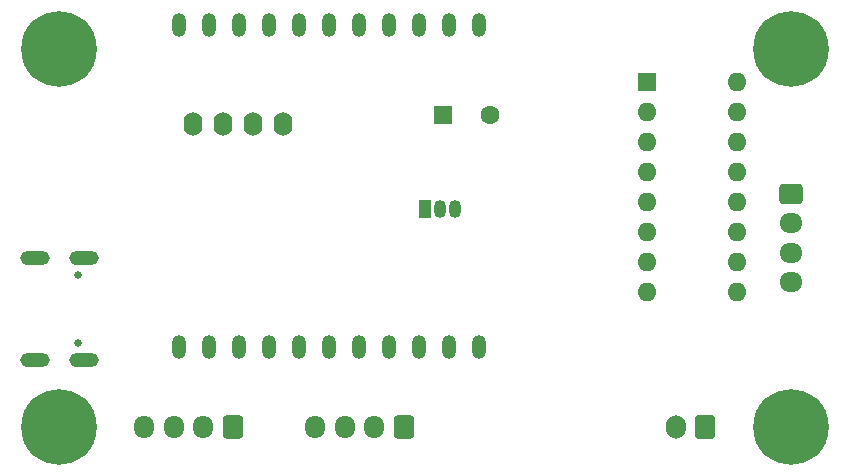
<source format=gbr>
%TF.GenerationSoftware,KiCad,Pcbnew,7.0.7*%
%TF.CreationDate,2024-01-02T18:34:25+01:00*%
%TF.ProjectId,maui feeder circuit,6d617569-2066-4656-9564-657220636972,1.0*%
%TF.SameCoordinates,Original*%
%TF.FileFunction,Soldermask,Bot*%
%TF.FilePolarity,Negative*%
%FSLAX46Y46*%
G04 Gerber Fmt 4.6, Leading zero omitted, Abs format (unit mm)*
G04 Created by KiCad (PCBNEW 7.0.7) date 2024-01-02 18:34:25*
%MOMM*%
%LPD*%
G01*
G04 APERTURE LIST*
G04 Aperture macros list*
%AMRoundRect*
0 Rectangle with rounded corners*
0 $1 Rounding radius*
0 $2 $3 $4 $5 $6 $7 $8 $9 X,Y pos of 4 corners*
0 Add a 4 corners polygon primitive as box body*
4,1,4,$2,$3,$4,$5,$6,$7,$8,$9,$2,$3,0*
0 Add four circle primitives for the rounded corners*
1,1,$1+$1,$2,$3*
1,1,$1+$1,$4,$5*
1,1,$1+$1,$6,$7*
1,1,$1+$1,$8,$9*
0 Add four rect primitives between the rounded corners*
20,1,$1+$1,$2,$3,$4,$5,0*
20,1,$1+$1,$4,$5,$6,$7,0*
20,1,$1+$1,$6,$7,$8,$9,0*
20,1,$1+$1,$8,$9,$2,$3,0*%
G04 Aperture macros list end*
%ADD10C,6.400000*%
%ADD11R,1.600000X1.600000*%
%ADD12O,1.600000X1.600000*%
%ADD13C,0.650000*%
%ADD14O,2.500000X1.250000*%
%ADD15C,1.600000*%
%ADD16O,1.600000X2.000000*%
%ADD17R,1.050000X1.500000*%
%ADD18O,1.050000X1.500000*%
%ADD19RoundRect,0.250000X0.600000X0.725000X-0.600000X0.725000X-0.600000X-0.725000X0.600000X-0.725000X0*%
%ADD20O,1.700000X1.950000*%
%ADD21RoundRect,0.250000X-0.725000X0.600000X-0.725000X-0.600000X0.725000X-0.600000X0.725000X0.600000X0*%
%ADD22O,1.950000X1.700000*%
%ADD23RoundRect,0.250000X0.600000X0.750000X-0.600000X0.750000X-0.600000X-0.750000X0.600000X-0.750000X0*%
%ADD24O,1.700000X2.000000*%
%ADD25O,1.200000X2.000000*%
G04 APERTURE END LIST*
D10*
%TO.C,H3*%
X128000000Y-64000000D03*
%TD*%
D11*
%TO.C,U2*%
X177802000Y-66765000D03*
D12*
X177802000Y-69305000D03*
X177802000Y-71845000D03*
X177802000Y-74385000D03*
X177802000Y-76925000D03*
X177802000Y-79465000D03*
X177802000Y-82005000D03*
X177802000Y-84545000D03*
X185422000Y-84545000D03*
X185422000Y-82005000D03*
X185422000Y-79465000D03*
X185422000Y-76925000D03*
X185422000Y-74385000D03*
X185422000Y-71845000D03*
X185422000Y-69305000D03*
X185422000Y-66765000D03*
%TD*%
D13*
%TO.C,J3*%
X129680000Y-83110000D03*
X129680000Y-88890000D03*
D14*
X130180000Y-81680000D03*
X126000000Y-81680000D03*
X130180000Y-90320000D03*
X126000000Y-90320000D03*
%TD*%
D11*
%TO.C,BZ1*%
X160530000Y-69559000D03*
D15*
X164530000Y-69559000D03*
%TD*%
D10*
%TO.C,H4*%
X190000000Y-64000000D03*
%TD*%
D16*
%TO.C,U4*%
X139380000Y-70400000D03*
X141920000Y-70400000D03*
X144460000Y-70400000D03*
X147000000Y-70400000D03*
%TD*%
D17*
%TO.C,Q1*%
X159006000Y-77539000D03*
D18*
X160276000Y-77539000D03*
X161546000Y-77539000D03*
%TD*%
D10*
%TO.C,H1*%
X128000000Y-96000000D03*
%TD*%
%TO.C,H2*%
X190000000Y-96000000D03*
%TD*%
D19*
%TO.C,U3*%
X157228000Y-96000000D03*
D20*
X154728000Y-96000000D03*
X152228000Y-96000000D03*
X149728000Y-96000000D03*
%TD*%
D19*
%TO.C,J2*%
X142750000Y-95975000D03*
D20*
X140250000Y-95975000D03*
X137750000Y-95975000D03*
X135250000Y-95975000D03*
%TD*%
D21*
%TO.C,J1*%
X189975000Y-76250000D03*
D22*
X189975000Y-78750000D03*
X189975000Y-81250000D03*
X189975000Y-83750000D03*
%TD*%
D23*
%TO.C,J4*%
X182750000Y-96000000D03*
D24*
X180250000Y-96000000D03*
%TD*%
D25*
%TO.C,U1*%
X138178000Y-61939000D03*
X140718000Y-61939000D03*
X143258000Y-61939000D03*
X145798000Y-61939000D03*
X148338000Y-61939000D03*
X150878000Y-61939000D03*
X153418000Y-61939000D03*
X155958000Y-61939000D03*
X158498000Y-61939000D03*
X161038000Y-61939000D03*
X163578000Y-61939000D03*
X163578000Y-89264000D03*
X161038000Y-89264000D03*
X158498000Y-89264000D03*
X155958000Y-89264000D03*
X153418000Y-89264000D03*
X150878000Y-89264000D03*
X148338000Y-89264000D03*
X145798000Y-89264000D03*
X143258000Y-89264000D03*
X140718000Y-89264000D03*
X138178000Y-89264000D03*
%TD*%
M02*

</source>
